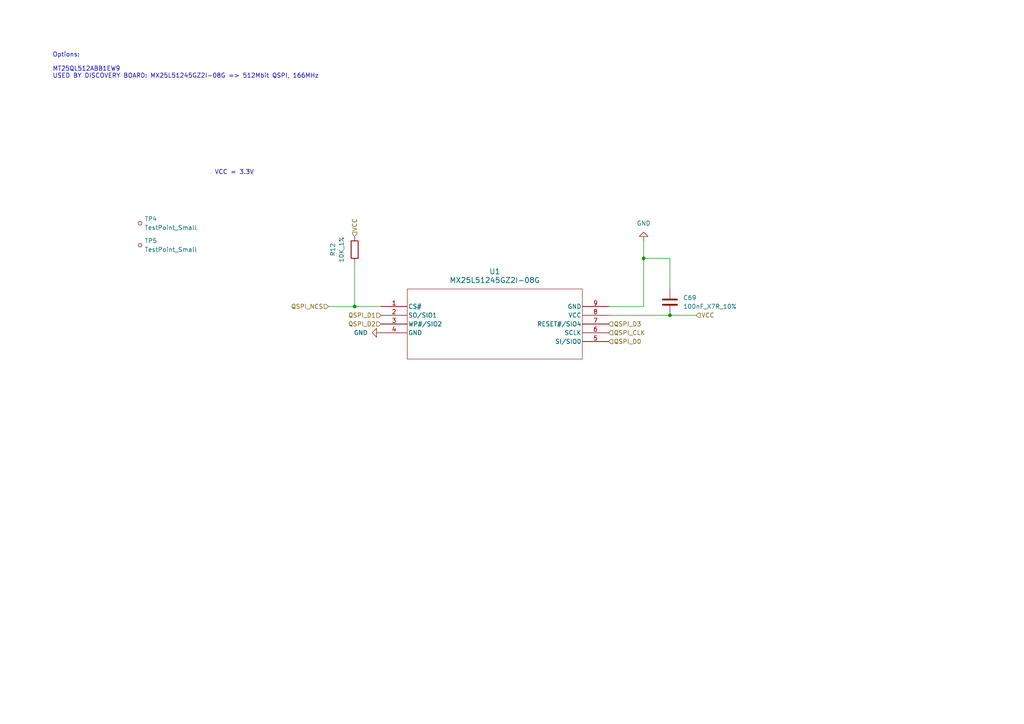
<source format=kicad_sch>
(kicad_sch (version 20230121) (generator eeschema)
  (paper "A4")
  (lib_symbols
    (symbol "Connector:TestPoint_Small" (pin_numbers hide) (pin_names (offset 0.762) hide)
      (property "Reference" "TP" (at 0 3.81 0))
      (property "Value" "TestPoint_Small" (at 0 2.032 0))
      (symbol "TestPoint_Small_0_1"
        (circle (center 0 0) (radius 0.508))
      )
      (symbol "TestPoint_Small_1_1"
        (pin passive line (at 0 0 90) (length 0) (name "1") (number "1"))
      )
    )
    (symbol "Device:C" (pin_numbers hide) (pin_names (offset 0.254))
      (property "Reference" "C" (at 0.635 2.54 0))
      (property "Value" "C" (at 0.635 -2.54 0))
      (symbol "C_0_1"
        (polyline (pts (xy -2.032 -0.762) (xy 2.032 -0.762)) (stroke (width 0.508)))
        (polyline (pts (xy -2.032 0.762) (xy 2.032 0.762)) (stroke (width 0.508)))
      )
      (symbol "C_1_1"
        (pin passive line (at 0 3.81 270) (length 2.794) (name "~") (number "1"))
        (pin passive line (at 0 -3.81 90) (length 2.794) (name "~") (number "2"))
      )
    )
    (symbol "Device:R" (pin_numbers hide) (pin_names (offset 0))
      (property "Reference" "R" (at 2.032 0 90))
      (property "Value" "R" (at 0 0 90))
      (symbol "R_0_1"
        (rectangle (start -1.016 -2.54) (end 1.016 2.54) (stroke (width 0.254)))
      )
      (symbol "R_1_1"
        (pin passive line (at 0 3.81 270) (length 1.27) (name "~") (number "1"))
        (pin passive line (at 0 -3.81 90) (length 1.27) (name "~") (number "2"))
      )
    )
    (symbol "attitude_controller:MX25L51245GZ2I-08G" (pin_names (offset 0.254))
      (property "Reference" "U" (at 33.02 10.16 0))
      (property "Value" "MX25L51245GZ2I-08G" (at 33.02 7.62 0))
      (symbol "MX25L51245GZ2I-08G_0_1"
        (polyline (pts (xy 7.62 -15.24) (xy 58.42 -15.24)) (stroke (width 0.127)))
        (polyline (pts (xy 7.62 5.08) (xy 7.62 -15.24)) (stroke (width 0.127)))
        (polyline (pts (xy 58.42 -15.24) (xy 58.42 5.08)) (stroke (width 0.127)))
        (polyline (pts (xy 58.42 5.08) (xy 7.62 5.08)) (stroke (width 0.127)))
        (pin input line (at 0 0 0) (length 7.62) (name "CS#") (number "1"))
        (pin bidirectional line (at 0 -2.54 0) (length 7.62) (name "SO/SIO1") (number "2"))
        (pin bidirectional line (at 0 -5.08 0) (length 7.62) (name "WP#/SIO2") (number "3"))
        (pin power_out line (at 0 -7.62 0) (length 7.62) (name "GND") (number "4"))
        (pin bidirectional line (at 66.04 -10.16 180) (length 7.62) (name "SI/SIO0") (number "5"))
        (pin input line (at 66.04 -7.62 180) (length 7.62) (name "SCLK") (number "6"))
        (pin bidirectional line (at 66.04 -5.08 180) (length 7.62) (name "RESET#/SIO4") (number "7"))
        (pin power_in line (at 66.04 -2.54 180) (length 7.62) (name "VCC") (number "8"))
        (pin power_out line (at 66.04 0 180) (length 7.62) (name "GND") (number "9"))
      )
    )
    (symbol "power:GND" (power) (pin_names (offset 0))
      (property "Value" "GND" (at 0 -3.81 0))
      (symbol "GND_0_1"
        (polyline (pts (xy 0 0) (xy 0 -1.27) (xy 1.27 -1.27) (xy 0 -2.54) (xy -1.27 -1.27) (xy 0 -1.27)))
      )
      (symbol "GND_1_1"
        (pin power_in line (at 0 0 270) (length 0) hide (name "GND") (number "1"))
      )
    )
  )
  (junction (at 186.69 74.93))
  (junction (at 102.87 88.9))
  (junction (at 194.31 91.44))
  (wire (pts (xy 186.69 74.93) (xy 186.69 69.85)))
  (wire (pts (xy 176.53 88.9) (xy 186.69 88.9)))
  (wire (pts (xy 176.53 91.44) (xy 194.31 91.44)))
  (wire (pts (xy 186.69 88.9) (xy 186.69 74.93)))
  (wire (pts (xy 194.31 83.82) (xy 194.31 74.93)))
  (wire (pts (xy 95.25 88.9) (xy 102.87 88.9)))
  (wire (pts (xy 102.87 76.2) (xy 102.87 88.9)))
  (wire (pts (xy 110.49 88.9) (xy 102.87 88.9)))
  (wire (pts (xy 194.31 91.44) (xy 201.93 91.44)))
  (wire (pts (xy 194.31 74.93) (xy 186.69 74.93)))
  (text "Options:\n\nMT25QL512ABB1EW9\nUSED BY DISCOVERY BOARD: MX25L51245GZ2I-08G => 512Mbit QSPI, 166MHz" (at 15.24 22.86 0) (effects (font (size 1.27 1.27)) (justify left bottom)))
  (text "VCC = 3.3V" (at 62.23 50.8 0) (effects (font (size 1.27 1.27)) (justify left bottom)))
  (hierarchical_label "QSPI_D2" (shape input) (at 110.49 93.98 180))
  (hierarchical_label "QSPI_NCS" (shape input) (at 95.25 88.9 180))
  (hierarchical_label "QSPI_D0" (shape input) (at 176.53 99.06 0))
  (hierarchical_label "QSPI_D3" (shape input) (at 176.53 93.98 0))
  (hierarchical_label "VCC" (shape input) (at 201.93 91.44 0))
  (hierarchical_label "VCC" (shape input) (at 102.87 68.58 90))
  (hierarchical_label "QSPI_CLK" (shape input) (at 176.53 96.52 0))
  (hierarchical_label "QSPI_D1" (shape input) (at 110.49 91.44 180))
  (symbol (lib_id "Device:R") (at 102.87 72.39 180) (unit 1)
    (property "Reference" "R12" (at 96.52 72.39 90))
    (property "Value" "10K_1%" (at 99.06 72.39 90))
  )
  (symbol (lib_id "power:GND") (at 186.69 69.85 180) (unit 1)
    (property "Reference" "#PWR020" (effects hide))
    (property "Value" "GND" (at 186.69 64.77 0))
  )
  (symbol (lib_id "Connector:TestPoint_Small") (at 40.64 71.12 0) (unit 1)
    (property "Reference" "TP5" (at 41.91 69.85 0) (effects (justify left)))
    (property "Value" "TestPoint_Small" (at 41.91 72.39 0) (effects (justify left)))
  )
  (symbol (lib_id "Device:C") (at 194.31 87.63 0) (unit 1)
    (property "Reference" "C69" (at 198.12 86.36 0) (effects (justify left)))
    (property "Value" "100nF_X7R_10%" (at 198.12 88.9 0) (effects (justify left)))
  )
  (symbol (lib_id "Connector:TestPoint_Small") (at 40.64 64.77 0) (unit 1)
    (property "Reference" "TP4" (at 41.91 63.5 0) (effects (justify left)))
    (property "Value" "TestPoint_Small" (at 41.91 66.04 0) (effects (justify left)))
  )
  (symbol (lib_id "attitude_controller:MX25L51245GZ2I-08G") (at 110.49 88.9 0) (unit 1)
    (property "Reference" "U1" (at 143.51 78.74 0) (effects (font (size 1.524 1.524))))
    (property "Value" "MX25L51245GZ2I-08G" (at 143.51 81.28 0) (effects (font (size 1.524 1.524))))
    (property "Footprint" "8-WSON_MAC" (effects hide))
    (property "Datasheet" "MX25L51245GZ2I-08G" (effects hide))
  )
  (symbol (lib_id "power:GND") (at 110.49 96.52 270) (unit 1)
    (property "Reference" "#PWR021" (effects hide))
    (property "Value" "GND" (at 106.68 96.52 90) (effects (justify right)))
  )
)
</source>
